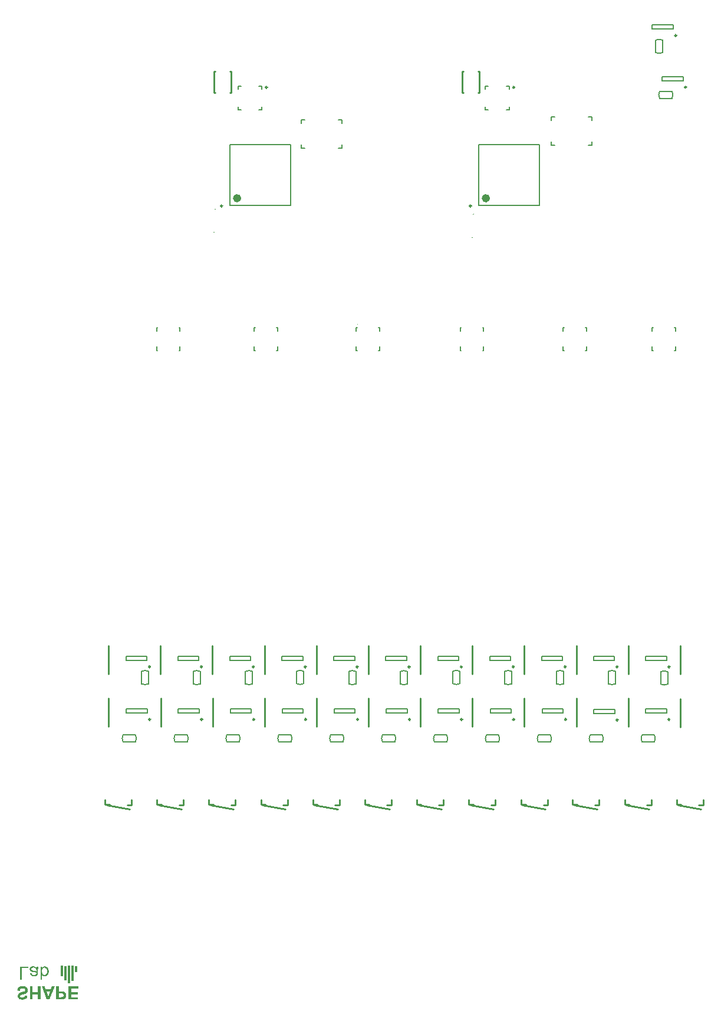
<source format=gbo>
G04 Layer_Color=13813960*
%FSLAX25Y25*%
%MOIN*%
G70*
G01*
G75*
%ADD50C,0.00800*%
%ADD53C,0.01000*%
%ADD68C,0.02362*%
%ADD69C,0.00984*%
%ADD70C,0.00394*%
%ADD71C,0.00500*%
%ADD73C,0.00787*%
%ADD76R,0.01525X0.03773*%
%ADD77R,0.01525X0.08873*%
%ADD78R,0.01525X0.10077*%
%ADD79R,0.01525X0.08415*%
%ADD80R,0.01490X0.05968*%
G36*
X163550Y331155D02*
X159443D01*
Y329155D01*
X163135D01*
Y327910D01*
X159443D01*
Y326282D01*
X163412D01*
Y325037D01*
X157953D01*
Y332400D01*
X163550D01*
Y331155D01*
D02*
G37*
G36*
X142121Y325037D02*
X140631D01*
Y327931D01*
X137727D01*
Y325037D01*
X136237D01*
Y332400D01*
X137727D01*
Y329176D01*
X140631D01*
Y332400D01*
X142121D01*
Y325037D01*
D02*
G37*
G36*
X147335D02*
X145760D01*
X142908Y332400D01*
X144483D01*
X145090Y330730D01*
X148047D01*
X148686Y332400D01*
X150293D01*
X147335Y325037D01*
D02*
G37*
G36*
X144653Y343707D02*
X144825Y343686D01*
X144986Y343654D01*
X145137Y343600D01*
X145427Y343482D01*
X145545Y343407D01*
X145663Y343342D01*
X145770Y343267D01*
X145856Y343203D01*
X145931Y343138D01*
X146007Y343084D01*
X146060Y343031D01*
X146092Y342999D01*
X146114Y342977D01*
X146125Y342966D01*
X146243Y342816D01*
X146350Y342655D01*
X146447Y342494D01*
X146522Y342311D01*
X146587Y342139D01*
X146640Y341957D01*
X146726Y341613D01*
X146758Y341452D01*
X146780Y341302D01*
X146791Y341173D01*
X146801Y341055D01*
X146812Y340958D01*
Y340894D01*
Y340840D01*
Y340829D01*
X146801Y340614D01*
X146791Y340410D01*
X146758Y340228D01*
X146726Y340067D01*
X146694Y339927D01*
X146672Y339820D01*
X146662Y339787D01*
X146651Y339755D01*
X146640Y339744D01*
Y339734D01*
X146576Y339551D01*
X146501Y339379D01*
X146425Y339229D01*
X146350Y339100D01*
X146286Y339003D01*
X146232Y338928D01*
X146200Y338874D01*
X146189Y338864D01*
X146082Y338735D01*
X145953Y338617D01*
X145835Y338520D01*
X145717Y338445D01*
X145620Y338380D01*
X145534Y338327D01*
X145480Y338305D01*
X145459Y338294D01*
X145298Y338230D01*
X145126Y338176D01*
X144965Y338144D01*
X144825Y338112D01*
X144707Y338101D01*
X144610Y338090D01*
X144525D01*
X144363Y338101D01*
X144202Y338123D01*
X144052Y338155D01*
X143912Y338209D01*
X143665Y338316D01*
X143450Y338456D01*
X143365Y338520D01*
X143279Y338584D01*
X143214Y338649D01*
X143160Y338703D01*
X143107Y338756D01*
X143075Y338788D01*
X143064Y338810D01*
X143053Y338821D01*
Y336168D01*
X142140D01*
Y343600D01*
X142989D01*
Y342923D01*
X143096Y343063D01*
X143203Y343181D01*
X143322Y343288D01*
X143450Y343385D01*
X143569Y343460D01*
X143698Y343525D01*
X143816Y343579D01*
X143934Y343621D01*
X144149Y343675D01*
X144245Y343697D01*
X144320Y343707D01*
X144385D01*
X144439Y343718D01*
X144482D01*
X144653Y343707D01*
D02*
G37*
G36*
X132353Y332528D02*
X132662Y332496D01*
X132939Y332453D01*
X133056Y332432D01*
X133173Y332400D01*
X133269Y332379D01*
X133354Y332357D01*
X133428Y332336D01*
X133492Y332315D01*
X133545Y332294D01*
X133577Y332283D01*
X133598Y332272D01*
X133609D01*
X133843Y332155D01*
X134035Y332028D01*
X134215Y331900D01*
X134354Y331762D01*
X134460Y331645D01*
X134545Y331538D01*
X134588Y331474D01*
X134609Y331464D01*
Y331453D01*
X134726Y331240D01*
X134822Y331038D01*
X134886Y330836D01*
X134928Y330644D01*
X134950Y330495D01*
X134960Y330421D01*
X134971Y330368D01*
Y330325D01*
Y330293D01*
Y330272D01*
Y330261D01*
X134960Y330006D01*
X134928Y329783D01*
X134875Y329580D01*
X134822Y329410D01*
X134769Y329272D01*
X134716Y329176D01*
X134684Y329112D01*
X134673Y329091D01*
X134556Y328921D01*
X134418Y328772D01*
X134279Y328644D01*
X134152Y328538D01*
X134035Y328452D01*
X133939Y328389D01*
X133875Y328346D01*
X133864Y328335D01*
X133854D01*
X133747Y328282D01*
X133641Y328229D01*
X133386Y328133D01*
X133120Y328048D01*
X132864Y327963D01*
X132747Y327931D01*
X132630Y327899D01*
X132524Y327867D01*
X132439Y327846D01*
X132364Y327825D01*
X132311Y327814D01*
X132268Y327803D01*
X132258D01*
X132066Y327750D01*
X131896Y327708D01*
X131736Y327665D01*
X131587Y327623D01*
X131470Y327580D01*
X131353Y327537D01*
X131258Y327495D01*
X131173Y327463D01*
X131098Y327431D01*
X131045Y327399D01*
X130992Y327378D01*
X130960Y327357D01*
X130906Y327325D01*
X130896Y327314D01*
X130821Y327240D01*
X130768Y327165D01*
X130736Y327091D01*
X130715Y327016D01*
X130694Y326963D01*
X130683Y326910D01*
Y326878D01*
Y326867D01*
X130694Y326761D01*
X130715Y326676D01*
X130757Y326590D01*
X130800Y326527D01*
X130843Y326473D01*
X130885Y326442D01*
X130906Y326420D01*
X130917Y326410D01*
X131066Y326314D01*
X131226Y326250D01*
X131396Y326197D01*
X131555Y326165D01*
X131694Y326144D01*
X131811Y326133D01*
X131917D01*
X132141Y326144D01*
X132332Y326176D01*
X132492Y326218D01*
X132620Y326261D01*
X132726Y326303D01*
X132800Y326346D01*
X132843Y326378D01*
X132854Y326388D01*
X132960Y326495D01*
X133056Y326622D01*
X133130Y326750D01*
X133183Y326888D01*
X133226Y327006D01*
X133247Y327101D01*
X133269Y327176D01*
Y327186D01*
Y327197D01*
X134758Y327144D01*
X134748Y326952D01*
X134716Y326782D01*
X134673Y326612D01*
X134620Y326463D01*
X134567Y326314D01*
X134503Y326176D01*
X134439Y326059D01*
X134375Y325941D01*
X134301Y325846D01*
X134237Y325761D01*
X134173Y325686D01*
X134120Y325622D01*
X134077Y325580D01*
X134045Y325548D01*
X134024Y325526D01*
X134013Y325516D01*
X133875Y325410D01*
X133726Y325314D01*
X133566Y325229D01*
X133396Y325154D01*
X133226Y325101D01*
X133056Y325048D01*
X132715Y324973D01*
X132556Y324952D01*
X132417Y324931D01*
X132279Y324920D01*
X132162Y324909D01*
X132066Y324899D01*
X131939D01*
X131630Y324909D01*
X131353Y324941D01*
X131109Y324984D01*
X130896Y325026D01*
X130800Y325058D01*
X130715Y325080D01*
X130651Y325101D01*
X130587Y325122D01*
X130545Y325144D01*
X130513Y325154D01*
X130491Y325165D01*
X130481D01*
X130268Y325271D01*
X130087Y325388D01*
X129928Y325516D01*
X129800Y325633D01*
X129693Y325739D01*
X129630Y325824D01*
X129577Y325888D01*
X129566Y325899D01*
Y325909D01*
X129459Y326090D01*
X129385Y326282D01*
X129332Y326463D01*
X129300Y326622D01*
X129279Y326761D01*
X129257Y326867D01*
Y326910D01*
Y326942D01*
Y326952D01*
Y326963D01*
X129268Y327122D01*
X129289Y327282D01*
X129321Y327420D01*
X129364Y327559D01*
X129470Y327814D01*
X129598Y328038D01*
X129651Y328133D01*
X129715Y328208D01*
X129768Y328282D01*
X129821Y328346D01*
X129864Y328389D01*
X129896Y328421D01*
X129917Y328442D01*
X129928Y328452D01*
X130023Y328527D01*
X130140Y328602D01*
X130257Y328676D01*
X130396Y328740D01*
X130662Y328868D01*
X130938Y328974D01*
X131077Y329016D01*
X131194Y329059D01*
X131311Y329091D01*
X131406Y329123D01*
X131481Y329144D01*
X131545Y329165D01*
X131587Y329176D01*
X131598D01*
X131768Y329219D01*
X131917Y329261D01*
X132056Y329293D01*
X132183Y329325D01*
X132290Y329357D01*
X132385Y329378D01*
X132471Y329410D01*
X132545Y329431D01*
X132609Y329442D01*
X132662Y329463D01*
X132737Y329485D01*
X132779Y329506D01*
X132790D01*
X132928Y329559D01*
X133035Y329612D01*
X133130Y329665D01*
X133205Y329719D01*
X133258Y329761D01*
X133290Y329793D01*
X133311Y329814D01*
X133322Y329825D01*
X133375Y329900D01*
X133417Y329974D01*
X133439Y330048D01*
X133460Y330112D01*
X133471Y330176D01*
X133481Y330229D01*
Y330261D01*
Y330272D01*
X133471Y330421D01*
X133428Y330549D01*
X133364Y330676D01*
X133300Y330783D01*
X133226Y330868D01*
X133173Y330932D01*
X133130Y330974D01*
X133109Y330985D01*
X132960Y331081D01*
X132790Y331155D01*
X132609Y331208D01*
X132439Y331240D01*
X132279Y331261D01*
X132151Y331283D01*
X132034D01*
X131790Y331272D01*
X131577Y331230D01*
X131396Y331176D01*
X131236Y331113D01*
X131109Y331049D01*
X131024Y330995D01*
X130970Y330953D01*
X130949Y330942D01*
X130811Y330793D01*
X130704Y330634D01*
X130608Y330453D01*
X130545Y330272D01*
X130491Y330112D01*
X130449Y329985D01*
X130438Y329942D01*
Y329900D01*
X130428Y329878D01*
Y329868D01*
X128981Y330006D01*
X129013Y330229D01*
X129055Y330442D01*
X129119Y330644D01*
X129172Y330825D01*
X129247Y330995D01*
X129321Y331155D01*
X129396Y331293D01*
X129470Y331421D01*
X129545Y331527D01*
X129619Y331623D01*
X129683Y331708D01*
X129747Y331783D01*
X129789Y331836D01*
X129832Y331868D01*
X129853Y331889D01*
X129864Y331900D01*
X130013Y332017D01*
X130172Y332113D01*
X130343Y332198D01*
X130523Y332272D01*
X130694Y332326D01*
X130875Y332379D01*
X131226Y332453D01*
X131385Y332485D01*
X131534Y332506D01*
X131662Y332517D01*
X131779Y332528D01*
X131875Y332538D01*
X132013D01*
X132353Y332528D01*
D02*
G37*
G36*
X152580Y329623D02*
X153900D01*
X154059Y329612D01*
X154208D01*
X154346Y329602D01*
X154474Y329591D01*
X154591Y329580D01*
X154687Y329570D01*
X154783D01*
X154857Y329559D01*
X154932Y329548D01*
X154985Y329538D01*
X155027D01*
X155059Y329527D01*
X155080D01*
X155229Y329485D01*
X155368Y329431D01*
X155496Y329378D01*
X155613Y329314D01*
X155708Y329261D01*
X155783Y329219D01*
X155825Y329187D01*
X155847Y329176D01*
X155985Y329070D01*
X156102Y328953D01*
X156219Y328825D01*
X156304Y328718D01*
X156379Y328612D01*
X156432Y328527D01*
X156464Y328474D01*
X156474Y328452D01*
X156560Y328272D01*
X156623Y328080D01*
X156666Y327878D01*
X156698Y327697D01*
X156719Y327548D01*
Y327474D01*
X156730Y327420D01*
Y327367D01*
Y327335D01*
Y327314D01*
Y327303D01*
X156709Y326995D01*
X156666Y326708D01*
X156591Y326473D01*
X156517Y326261D01*
X156474Y326176D01*
X156432Y326101D01*
X156400Y326037D01*
X156357Y325973D01*
X156336Y325931D01*
X156315Y325899D01*
X156293Y325888D01*
Y325878D01*
X156123Y325686D01*
X155953Y325526D01*
X155772Y325399D01*
X155613Y325303D01*
X155464Y325239D01*
X155347Y325186D01*
X155304Y325175D01*
X155272Y325165D01*
X155251Y325154D01*
X155240D01*
X155155Y325133D01*
X155049Y325112D01*
X154921Y325101D01*
X154793Y325090D01*
X154495Y325069D01*
X154197Y325048D01*
X153921D01*
X153804Y325037D01*
X151091D01*
Y332400D01*
X152580D01*
Y329623D01*
D02*
G37*
G36*
X387191Y768684D02*
X386962Y768602D01*
Y768286D01*
X387191Y768197D01*
Y768084D01*
X386436Y768393D01*
Y768502D01*
X387191Y768789D01*
Y768684D01*
D02*
G37*
G36*
X138102Y343707D02*
X138295Y343686D01*
X138467Y343664D01*
X138618Y343632D01*
X138736Y343600D01*
X138832Y343568D01*
X138897Y343557D01*
X138918Y343546D01*
X139101Y343471D01*
X139273Y343374D01*
X139434Y343267D01*
X139595Y343170D01*
X139724Y343074D01*
X139820Y342999D01*
X139885Y342945D01*
X139896Y342923D01*
X139906D01*
X139928Y343063D01*
X139949Y343192D01*
X139971Y343310D01*
X140003Y343407D01*
X140035Y343493D01*
X140057Y343546D01*
X140067Y343589D01*
X140078Y343600D01*
X141034D01*
X140980Y343482D01*
X140927Y343364D01*
X140884Y343256D01*
X140862Y343160D01*
X140830Y343074D01*
X140819Y343009D01*
X140808Y342966D01*
Y342955D01*
X140798Y342880D01*
X140787Y342784D01*
Y342676D01*
X140776Y342558D01*
X140766Y342290D01*
Y342021D01*
X140755Y341763D01*
Y341645D01*
Y341549D01*
Y341463D01*
Y341398D01*
Y341355D01*
Y341344D01*
Y340120D01*
Y339916D01*
X140744Y339734D01*
X140733Y339594D01*
Y339476D01*
X140723Y339390D01*
X140712Y339325D01*
X140701Y339293D01*
Y339282D01*
X140669Y339143D01*
X140626Y339025D01*
X140583Y338928D01*
X140529Y338831D01*
X140486Y338767D01*
X140454Y338713D01*
X140433Y338681D01*
X140422Y338670D01*
X140336Y338584D01*
X140239Y338498D01*
X140132Y338434D01*
X140024Y338370D01*
X139928Y338327D01*
X139853Y338294D01*
X139799Y338273D01*
X139777Y338262D01*
X139606Y338209D01*
X139423Y338165D01*
X139240Y338133D01*
X139058Y338112D01*
X138897Y338101D01*
X138779Y338090D01*
X138660D01*
X138403Y338101D01*
X138177Y338123D01*
X137962Y338155D01*
X137791Y338187D01*
X137640Y338219D01*
X137533Y338251D01*
X137490Y338262D01*
X137458Y338273D01*
X137447Y338284D01*
X137436D01*
X137253Y338359D01*
X137092Y338456D01*
X136953Y338541D01*
X136835Y338627D01*
X136749Y338713D01*
X136684Y338778D01*
X136641Y338821D01*
X136631Y338831D01*
X136534Y338971D01*
X136448Y339121D01*
X136384Y339272D01*
X136330Y339411D01*
X136287Y339551D01*
X136255Y339648D01*
X136244Y339691D01*
Y339723D01*
X136233Y339734D01*
Y339744D01*
X137125Y339862D01*
X137189Y339669D01*
X137253Y339497D01*
X137329Y339358D01*
X137393Y339250D01*
X137458Y339164D01*
X137511Y339111D01*
X137554Y339078D01*
X137565Y339068D01*
X137694Y338993D01*
X137844Y338939D01*
X138005Y338896D01*
X138156Y338874D01*
X138306Y338853D01*
X138413Y338842D01*
X138521D01*
X138768Y338853D01*
X138983Y338885D01*
X139155Y338939D01*
X139305Y338993D01*
X139412Y339057D01*
X139498Y339100D01*
X139552Y339143D01*
X139563Y339154D01*
X139648Y339250D01*
X139713Y339368D01*
X139767Y339497D01*
X139799Y339626D01*
X139820Y339744D01*
X139831Y339852D01*
Y339916D01*
Y339927D01*
Y339938D01*
Y339959D01*
Y340002D01*
Y340077D01*
X139820Y340142D01*
Y340163D01*
Y340174D01*
X139713Y340206D01*
X139595Y340238D01*
X139348Y340303D01*
X139069Y340356D01*
X138811Y340410D01*
X138682Y340432D01*
X138564Y340442D01*
X138456Y340464D01*
X138371Y340475D01*
X138295Y340485D01*
X138242D01*
X138199Y340496D01*
X138188D01*
X137995Y340518D01*
X137833Y340550D01*
X137694Y340571D01*
X137586Y340593D01*
X137501Y340603D01*
X137436Y340625D01*
X137393Y340636D01*
X137382D01*
X137243Y340679D01*
X137125Y340722D01*
X137006Y340775D01*
X136910Y340818D01*
X136824Y340861D01*
X136770Y340904D01*
X136727Y340926D01*
X136716Y340936D01*
X136609Y341012D01*
X136523Y341097D01*
X136437Y341183D01*
X136373Y341269D01*
X136319Y341344D01*
X136276Y341409D01*
X136255Y341452D01*
X136244Y341463D01*
X136190Y341581D01*
X136147Y341710D01*
X136115Y341828D01*
X136094Y341946D01*
X136083Y342043D01*
X136072Y342118D01*
Y342161D01*
Y342182D01*
X136083Y342311D01*
X136094Y342419D01*
X136147Y342644D01*
X136223Y342827D01*
X136308Y342988D01*
X136394Y343117D01*
X136469Y343213D01*
X136523Y343267D01*
X136545Y343288D01*
X136738Y343428D01*
X136953Y343535D01*
X137189Y343611D01*
X137404Y343664D01*
X137597Y343697D01*
X137683Y343707D01*
X137758D01*
X137823Y343718D01*
X137909D01*
X138102Y343707D01*
D02*
G37*
G36*
X386764Y755697D02*
X386389D01*
X386764Y755325D01*
Y755188D01*
X386457Y755504D01*
X386009Y755174D01*
Y755306D01*
X386390Y755574D01*
X386271Y755697D01*
X386009D01*
Y755798D01*
X386764D01*
Y755697D01*
D02*
G37*
G36*
X240764Y758797D02*
X240389D01*
X240764Y758425D01*
Y758288D01*
X240457Y758604D01*
X240009Y758274D01*
Y758406D01*
X240390Y758674D01*
X240271Y758797D01*
X240009D01*
Y758898D01*
X240764D01*
Y758797D01*
D02*
G37*
G36*
X241191Y771784D02*
X240962Y771702D01*
Y771386D01*
X241191Y771298D01*
Y771184D01*
X240436Y771493D01*
Y771602D01*
X241191Y771889D01*
Y771784D01*
D02*
G37*
G36*
X135331Y342719D02*
X131669D01*
Y336168D01*
X130681D01*
Y343600D01*
X135331D01*
Y342719D01*
D02*
G37*
%LPC*%
G36*
X144460Y342966D02*
X144406D01*
X144267Y342955D01*
X144149Y342934D01*
X144020Y342902D01*
X143912Y342859D01*
X143708Y342741D01*
X143547Y342612D01*
X143407Y342494D01*
X143311Y342376D01*
X143279Y342333D01*
X143257Y342300D01*
X143236Y342279D01*
Y342268D01*
X143193Y342182D01*
X143150Y342086D01*
X143085Y341871D01*
X143042Y341634D01*
X143010Y341409D01*
X142989Y341205D01*
Y341108D01*
X142978Y341033D01*
Y340969D01*
Y340915D01*
Y340883D01*
Y340872D01*
Y340689D01*
X142999Y340528D01*
X143021Y340367D01*
X143042Y340217D01*
X143075Y340088D01*
X143118Y339959D01*
X143150Y339852D01*
X143193Y339744D01*
X143236Y339658D01*
X143268Y339583D01*
X143311Y339519D01*
X143343Y339465D01*
X143365Y339422D01*
X143386Y339390D01*
X143407Y339379D01*
Y339368D01*
X143493Y339272D01*
X143579Y339196D01*
X143665Y339121D01*
X143751Y339068D01*
X143923Y338971D01*
X144084Y338907D01*
X144224Y338874D01*
X144342Y338853D01*
X144385Y338842D01*
X144546D01*
X144653Y338864D01*
X144857Y338917D01*
X145029Y339003D01*
X145180Y339089D01*
X145298Y339186D01*
X145384Y339272D01*
X145437Y339325D01*
X145459Y339336D01*
Y339347D01*
X145534Y339444D01*
X145598Y339562D01*
X145706Y339798D01*
X145781Y340067D01*
X145824Y340314D01*
X145856Y340539D01*
X145867Y340647D01*
Y340732D01*
X145878Y340808D01*
Y340861D01*
Y340894D01*
Y340904D01*
Y341087D01*
X145856Y341269D01*
X145835Y341430D01*
X145813Y341581D01*
X145781Y341720D01*
X145738Y341849D01*
X145695Y341957D01*
X145663Y342064D01*
X145620Y342150D01*
X145577Y342236D01*
X145545Y342300D01*
X145502Y342354D01*
X145480Y342397D01*
X145459Y342429D01*
X145437Y342440D01*
Y342451D01*
X145352Y342537D01*
X145266Y342623D01*
X145094Y342752D01*
X144922Y342837D01*
X144761Y342902D01*
X144621Y342934D01*
X144503Y342955D01*
X144460Y342966D01*
D02*
G37*
G36*
X138220Y342999D02*
X138134D01*
X137941Y342988D01*
X137780Y342966D01*
X137640Y342923D01*
X137522Y342880D01*
X137436Y342837D01*
X137372Y342794D01*
X137329Y342773D01*
X137318Y342762D01*
X137232Y342666D01*
X137168Y342558D01*
X137114Y342461D01*
X137082Y342365D01*
X137060Y342279D01*
X137049Y342214D01*
Y342161D01*
Y342150D01*
X137060Y342064D01*
X137071Y341978D01*
X137092Y341914D01*
X137114Y341849D01*
X137135Y341796D01*
X137146Y341753D01*
X137168Y341731D01*
Y341720D01*
X137275Y341592D01*
X137404Y341506D01*
X137447Y341473D01*
X137490Y341452D01*
X137522Y341430D01*
X137533D01*
X137640Y341388D01*
X137758Y341355D01*
X137887Y341323D01*
X138016Y341302D01*
X138134Y341280D01*
X138242Y341259D01*
X138306Y341248D01*
X138328D01*
X138510Y341216D01*
X138682Y341194D01*
X138832Y341162D01*
X138983Y341130D01*
X139122Y341097D01*
X139240Y341065D01*
X139358Y341044D01*
X139455Y341012D01*
X139541Y340990D01*
X139616Y340969D01*
X139681Y340947D01*
X139734Y340926D01*
X139777Y340915D01*
X139810Y340904D01*
X139820Y340894D01*
X139831D01*
X139820Y341237D01*
X139810Y341452D01*
X139799Y341634D01*
X139777Y341785D01*
X139745Y341914D01*
X139713Y342010D01*
X139691Y342086D01*
X139681Y342129D01*
X139670Y342139D01*
X139584Y342279D01*
X139498Y342408D01*
X139391Y342515D01*
X139294Y342601D01*
X139208Y342676D01*
X139133Y342730D01*
X139090Y342762D01*
X139069Y342773D01*
X138908Y342848D01*
X138746Y342902D01*
X138596Y342945D01*
X138446Y342966D01*
X138328Y342988D01*
X138220Y342999D01*
D02*
G37*
G36*
X240880Y771672D02*
X240660Y771591D01*
X240632Y771581D01*
X240606Y771573D01*
X240582Y771566D01*
X240561Y771560D01*
X240542Y771556D01*
X240534Y771554D01*
X240527Y771553D01*
X240522Y771550D01*
X240518D01*
X240516Y771549D01*
X240515D01*
X240540Y771542D01*
X240566Y771533D01*
X240592Y771524D01*
X240617Y771515D01*
X240628Y771511D01*
X240639Y771508D01*
X240649Y771505D01*
X240656Y771501D01*
X240663Y771499D01*
X240668Y771497D01*
X240672Y771496D01*
X240673D01*
X240880Y771417D01*
Y771672D01*
D02*
G37*
G36*
X386880Y768572D02*
X386660Y768491D01*
X386632Y768481D01*
X386606Y768473D01*
X386582Y768466D01*
X386561Y768460D01*
X386542Y768456D01*
X386534Y768454D01*
X386527Y768453D01*
X386522Y768450D01*
X386518D01*
X386516Y768449D01*
X386515D01*
X386540Y768442D01*
X386566Y768433D01*
X386592Y768424D01*
X386617Y768415D01*
X386628Y768411D01*
X386639Y768408D01*
X386649Y768405D01*
X386656Y768401D01*
X386663Y768399D01*
X386668Y768397D01*
X386672Y768396D01*
X386673D01*
X386880Y768317D01*
Y768572D01*
D02*
G37*
G36*
X153602Y328378D02*
X152580D01*
Y326282D01*
X153687D01*
X153793Y326293D01*
X153889D01*
X153985Y326303D01*
X154123D01*
X154229Y326314D01*
X154304Y326325D01*
X154346Y326335D01*
X154357D01*
X154485Y326367D01*
X154602Y326410D01*
X154708Y326463D01*
X154793Y326527D01*
X154857Y326580D01*
X154910Y326622D01*
X154942Y326654D01*
X154953Y326665D01*
X155038Y326771D01*
X155091Y326878D01*
X155134Y326995D01*
X155166Y327101D01*
X155187Y327197D01*
X155198Y327272D01*
Y327314D01*
Y327335D01*
X155187Y327452D01*
X155176Y327559D01*
X155144Y327655D01*
X155113Y327740D01*
X155080Y327814D01*
X155059Y327867D01*
X155038Y327899D01*
X155027Y327910D01*
X154964Y327995D01*
X154878Y328069D01*
X154804Y328133D01*
X154729Y328186D01*
X154666Y328218D01*
X154612Y328250D01*
X154570Y328261D01*
X154559Y328272D01*
X154495Y328293D01*
X154421Y328304D01*
X154251Y328335D01*
X154059Y328357D01*
X153868Y328367D01*
X153676D01*
X153602Y328378D01*
D02*
G37*
G36*
X147569Y329485D02*
X145536D01*
X146537Y326750D01*
X147569Y329485D01*
D02*
G37*
%LPD*%
D50*
X454075Y821360D02*
Y823360D01*
X452075D02*
X454075D01*
X431075D02*
X433075D01*
X431075Y821360D02*
Y823360D01*
Y807360D02*
Y809360D01*
Y807360D02*
X433075D01*
X452075D02*
X454075D01*
Y809360D01*
X312700Y819800D02*
Y821800D01*
X310700D02*
X312700D01*
X289700D02*
X291700D01*
X289700Y819800D02*
Y821800D01*
Y805800D02*
Y807800D01*
Y805800D02*
X291700D01*
X310700D02*
X312700D01*
Y807800D01*
D53*
X474540Y508803D02*
Y524803D01*
X180637Y508803D02*
Y524803D01*
X180733Y479079D02*
Y495079D01*
X210027Y508803D02*
Y524803D01*
X210196Y479082D02*
Y495082D01*
X239418Y508803D02*
Y524803D01*
X239613Y479069D02*
Y495069D01*
X268808Y508803D02*
Y524803D01*
X269007Y479076D02*
Y495076D01*
X298198Y508803D02*
Y524803D01*
Y479071D02*
Y495071D01*
X327589Y508803D02*
Y524803D01*
X327517Y479072D02*
Y495072D01*
X356979Y508803D02*
Y524803D01*
X356926Y479076D02*
Y495076D01*
X386369Y508803D02*
Y524803D01*
X386336Y479076D02*
Y495076D01*
X415760Y508803D02*
Y524803D01*
X415726Y479080D02*
Y495080D01*
X445150Y508903D02*
Y524903D01*
X445158Y479069D02*
Y495069D01*
X474540Y479088D02*
Y495088D01*
X503849Y508803D02*
Y524803D01*
Y478888D02*
Y494888D01*
X390423Y837289D02*
Y849100D01*
X380580Y837289D02*
Y849100D01*
Y837289D02*
X381367D01*
X389635D02*
X390423D01*
X380580Y849100D02*
X381367D01*
X389635D02*
X390423D01*
X178670Y435209D02*
Y437918D01*
Y435209D02*
X181170D01*
X191170Y434918D02*
X193670D01*
Y435209D02*
Y437918D01*
X208044Y435209D02*
Y437918D01*
Y435209D02*
X210544D01*
X220544Y434918D02*
X223044D01*
Y435209D02*
Y437918D01*
X237418Y435209D02*
Y437918D01*
Y435209D02*
X239918D01*
X249918Y434918D02*
X252418D01*
Y435209D02*
Y437918D01*
X266792Y435209D02*
Y437918D01*
Y435209D02*
X269292D01*
X279292Y434918D02*
X281792D01*
Y435209D02*
Y437918D01*
X296166Y435209D02*
Y437918D01*
Y435209D02*
X298666D01*
X308666Y434918D02*
X311166D01*
Y435209D02*
Y437918D01*
X325541Y435209D02*
Y437918D01*
Y435209D02*
X328041D01*
X338041Y434918D02*
X340541D01*
Y435209D02*
Y437918D01*
X354915Y435209D02*
Y437918D01*
Y435209D02*
X357415D01*
X367415Y434918D02*
X369915D01*
Y435209D02*
Y437918D01*
X384289Y435209D02*
Y437918D01*
Y435209D02*
X386789D01*
X396789Y434918D02*
X399289D01*
Y435209D02*
Y437918D01*
X413963Y435209D02*
Y437918D01*
Y435209D02*
X416463D01*
X426463Y434918D02*
X428963D01*
Y435209D02*
Y437918D01*
X443095Y435209D02*
Y437918D01*
Y435209D02*
X445595D01*
X455595Y434918D02*
X458095D01*
Y435209D02*
Y437918D01*
X472477Y435209D02*
Y437918D01*
Y435209D02*
X474977D01*
X484977Y434918D02*
X487477D01*
Y435209D02*
Y437918D01*
X501786Y435209D02*
Y437918D01*
Y435209D02*
X504286D01*
X514286Y434918D02*
X516786D01*
Y435209D02*
Y437918D01*
X250037Y837198D02*
Y849009D01*
X240194Y837198D02*
Y849009D01*
Y837198D02*
X240982D01*
X249249D02*
X250037D01*
X240194Y849009D02*
X240982D01*
X249249D02*
X250037D01*
X179554Y434889D02*
X192602Y432588D01*
X502714Y434889D02*
X515763Y432588D01*
X208932Y434889D02*
X221981Y432588D01*
X238310Y434889D02*
X251359Y432588D01*
X267688Y434889D02*
X280737Y432588D01*
X355823Y434889D02*
X368872Y432588D01*
X326445Y434889D02*
X339494Y432588D01*
X297067Y434889D02*
X310115Y432588D01*
X443958Y434889D02*
X457007Y432588D01*
X414580Y434889D02*
X427628Y432588D01*
X385201Y434889D02*
X398250Y432588D01*
X473336Y434889D02*
X486385Y432588D01*
D68*
X395192Y777511D02*
G03*
X395192Y777511I-1181J0D01*
G01*
X254492D02*
G03*
X254492Y777511I-1181J0D01*
G01*
D69*
X410164Y840172D02*
G03*
X410164Y840172I-492J0D01*
G01*
X385743Y773180D02*
G03*
X385743Y773180I-492J0D01*
G01*
X204208Y512864D02*
G03*
X204208Y512864I-492J0D01*
G01*
X204365Y483154D02*
G03*
X204365Y483154I-492J0D01*
G01*
X233589Y512864D02*
G03*
X233589Y512864I-492J0D01*
G01*
X233760Y483157D02*
G03*
X233760Y483157I-492J0D01*
G01*
X262970Y512864D02*
G03*
X262970Y512864I-492J0D01*
G01*
X263156Y483144D02*
G03*
X263156Y483144I-492J0D01*
G01*
X292351Y512864D02*
G03*
X292351Y512864I-492J0D01*
G01*
X292551Y483151D02*
G03*
X292551Y483151I-492J0D01*
G01*
X321731Y512864D02*
G03*
X321731Y512864I-492J0D01*
G01*
X321946Y483146D02*
G03*
X321946Y483146I-492J0D01*
G01*
X351112Y512864D02*
G03*
X351112Y512864I-492J0D01*
G01*
X351342Y483147D02*
G03*
X351342Y483147I-492J0D01*
G01*
X380493Y512864D02*
G03*
X380493Y512864I-492J0D01*
G01*
X380737Y483151D02*
G03*
X380737Y483151I-492J0D01*
G01*
X409874Y512864D02*
G03*
X409874Y512864I-492J0D01*
G01*
X410132Y483151D02*
G03*
X410132Y483151I-492J0D01*
G01*
X439254Y512864D02*
G03*
X439254Y512864I-492J0D01*
G01*
X439528Y483155D02*
G03*
X439528Y483155I-492J0D01*
G01*
X468635Y512864D02*
G03*
X468635Y512864I-492J0D01*
G01*
X468722Y482868D02*
G03*
X468722Y482868I-492J0D01*
G01*
X498026Y512864D02*
G03*
X498026Y512864I-492J0D01*
G01*
X498016Y483150D02*
G03*
X498016Y483150I-492J0D01*
G01*
X501751Y869436D02*
G03*
X501751Y869436I-492J0D01*
G01*
X507355Y840273D02*
G03*
X507355Y840273I-492J0D01*
G01*
X245043Y773180D02*
G03*
X245043Y773180I-492J0D01*
G01*
X270389Y840132D02*
G03*
X270389Y840132I-492J0D01*
G01*
D70*
X208541Y706159D02*
G03*
X208541Y706159I-197J0D01*
G01*
X263656D02*
G03*
X263656Y706159I-197J0D01*
G01*
X321406D02*
G03*
X321406Y706159I-197J0D01*
G01*
X380171D02*
G03*
X380171Y706159I-197J0D01*
G01*
X438390D02*
G03*
X438390Y706159I-197J0D01*
G01*
X488656D02*
G03*
X488656Y706159I-197J0D01*
G01*
D71*
X199275Y503260D02*
G03*
X203275Y503260I2000J3750D01*
G01*
Y510260D02*
G03*
X199275Y510260I-2000J-3750D01*
G01*
X188850Y474450D02*
G03*
X188850Y470450I3750J-2000D01*
G01*
X195850D02*
G03*
X195850Y474450I-3750J2000D01*
G01*
X228525Y503260D02*
G03*
X232525Y503260I2000J3750D01*
G01*
Y510260D02*
G03*
X228525Y510260I-2000J-3750D01*
G01*
X218190Y474410D02*
G03*
X218190Y470410I3750J-2000D01*
G01*
X225190D02*
G03*
X225190Y474410I-3750J2000D01*
G01*
X257990Y503260D02*
G03*
X261990Y503260I2000J3750D01*
G01*
Y510260D02*
G03*
X257990Y510260I-2000J-3750D01*
G01*
X247530Y474410D02*
G03*
X247530Y470410I3750J-2000D01*
G01*
X254530D02*
G03*
X254530Y474410I-3750J2000D01*
G01*
X286975Y503360D02*
G03*
X290975Y503360I2000J3750D01*
G01*
Y510360D02*
G03*
X286975Y510360I-2000J-3750D01*
G01*
X276870Y474410D02*
G03*
X276870Y470410I3750J-2000D01*
G01*
X283870D02*
G03*
X283870Y474410I-3750J2000D01*
G01*
X316525Y503260D02*
G03*
X320525Y503260I2000J3750D01*
G01*
Y510260D02*
G03*
X316525Y510260I-2000J-3750D01*
G01*
X306210Y474410D02*
G03*
X306210Y470410I3750J-2000D01*
G01*
X313210D02*
G03*
X313210Y474410I-3750J2000D01*
G01*
X345575Y503210D02*
G03*
X349575Y503210I2000J3750D01*
G01*
Y510210D02*
G03*
X345575Y510210I-2000J-3750D01*
G01*
X335550Y474410D02*
G03*
X335550Y470410I3750J-2000D01*
G01*
X342550D02*
G03*
X342550Y474410I-3750J2000D01*
G01*
X375175Y503360D02*
G03*
X379175Y503360I2000J3750D01*
G01*
Y510360D02*
G03*
X375175Y510360I-2000J-3750D01*
G01*
X364890Y474400D02*
G03*
X364890Y470400I3750J-2000D01*
G01*
X371890D02*
G03*
X371890Y474400I-3750J2000D01*
G01*
X404575Y503260D02*
G03*
X408575Y503260I2000J3750D01*
G01*
Y510260D02*
G03*
X404575Y510260I-2000J-3750D01*
G01*
X394230Y474400D02*
G03*
X394230Y470400I3750J-2000D01*
G01*
X401230D02*
G03*
X401230Y474400I-3750J2000D01*
G01*
X433925Y503260D02*
G03*
X437925Y503260I2000J3750D01*
G01*
Y510260D02*
G03*
X433925Y510260I-2000J-3750D01*
G01*
X423570Y474400D02*
G03*
X423570Y470400I3750J-2000D01*
G01*
X430570D02*
G03*
X430570Y474400I-3750J2000D01*
G01*
X463275Y503260D02*
G03*
X467275Y503260I2000J3750D01*
G01*
Y510260D02*
G03*
X463275Y510260I-2000J-3750D01*
G01*
X452910Y474400D02*
G03*
X452910Y470400I3750J-2000D01*
G01*
X459910D02*
G03*
X459910Y474400I-3750J2000D01*
G01*
X492850Y503100D02*
G03*
X496850Y503100I2000J3750D01*
G01*
Y510100D02*
G03*
X492850Y510100I-2000J-3750D01*
G01*
X482250Y474400D02*
G03*
X482250Y470400I3750J-2000D01*
G01*
X489250D02*
G03*
X489250Y474400I-3750J2000D01*
G01*
X494025Y866810D02*
G03*
X490025Y866810I-2000J-3750D01*
G01*
Y859810D02*
G03*
X494025Y859810I2000J3750D01*
G01*
X492225Y837860D02*
G03*
X492225Y833860I3750J-2000D01*
G01*
X499225D02*
G03*
X499225Y837860I-3750J2000D01*
G01*
X203275Y503260D02*
Y510260D01*
X199275Y503260D02*
Y510260D01*
X188850Y470450D02*
X195850D01*
X188850Y474450D02*
X195850D01*
X232525Y503260D02*
Y510260D01*
X228525Y503260D02*
Y510260D01*
X218190Y470410D02*
X225190D01*
X218190Y474410D02*
X225190D01*
X261990Y503260D02*
Y510260D01*
X257990Y503260D02*
Y510260D01*
X247530Y470410D02*
X254530D01*
X247530Y474410D02*
X254530D01*
X290975Y503360D02*
Y510360D01*
X286975Y503360D02*
Y510360D01*
X276870Y470410D02*
X283870D01*
X276870Y474410D02*
X283870D01*
X320525Y503260D02*
Y510260D01*
X316525Y503260D02*
Y510260D01*
X306210Y470410D02*
X313210D01*
X306210Y474410D02*
X313210D01*
X349575Y503210D02*
Y510210D01*
X345575Y503210D02*
Y510210D01*
X335550Y470410D02*
X342550D01*
X335550Y474410D02*
X342550D01*
X379175Y503360D02*
Y510360D01*
X375175Y503360D02*
Y510360D01*
X364890Y470400D02*
X371890D01*
X364890Y474400D02*
X371890D01*
X408575Y503260D02*
Y510260D01*
X404575Y503260D02*
Y510260D01*
X394230Y470400D02*
X401230D01*
X394230Y474400D02*
X401230D01*
X437925Y503260D02*
Y510260D01*
X433925Y503260D02*
Y510260D01*
X423570Y470400D02*
X430570D01*
X423570Y474400D02*
X430570D01*
X467275Y503260D02*
Y510260D01*
X463275Y503260D02*
Y510260D01*
X452910Y470400D02*
X459910D01*
X452910Y474400D02*
X459910D01*
X496850Y503100D02*
Y510100D01*
X492850Y503100D02*
Y510100D01*
X482250Y470400D02*
X489250D01*
X482250Y474400D02*
X489250D01*
X490025Y859810D02*
Y866810D01*
X494025Y859810D02*
Y866810D01*
X492225Y833860D02*
X499225D01*
X492225Y837860D02*
X499225D01*
D73*
X207852Y691396D02*
Y693659D01*
X207852Y691396D02*
X208344D01*
X221041D02*
Y693659D01*
X220549Y691396D02*
X221041D01*
X221041Y702321D02*
Y704584D01*
X220549D02*
X221041D01*
X207852D02*
X208344D01*
X207852Y702321D02*
Y704584D01*
X262967Y691396D02*
Y693659D01*
X262967Y691396D02*
X263459D01*
X276156D02*
Y693659D01*
X275664Y691396D02*
X276156D01*
X276156Y702321D02*
Y704584D01*
X275664D02*
X276156D01*
X262967D02*
X263459D01*
X262967Y702321D02*
Y704584D01*
X320717Y691396D02*
Y693659D01*
X320717Y691396D02*
X321209D01*
X333906D02*
Y693659D01*
X333414Y691396D02*
X333906D01*
X333906Y702321D02*
Y704584D01*
X333414D02*
X333906D01*
X320717D02*
X321209D01*
X320717Y702321D02*
Y704584D01*
X379482Y691396D02*
Y693659D01*
X379482Y691396D02*
X379974D01*
X392671D02*
Y693659D01*
X392179Y691396D02*
X392671D01*
X392671Y702321D02*
Y704584D01*
X392179D02*
X392671D01*
X379482D02*
X379974D01*
X379482Y702321D02*
Y704584D01*
X437701Y691396D02*
Y693659D01*
X437701Y691396D02*
X438194D01*
X450890D02*
Y693659D01*
X450398Y691396D02*
X450890D01*
X450890Y702321D02*
Y704584D01*
X450398D02*
X450890D01*
X437701D02*
X438194D01*
X437701Y702321D02*
Y704584D01*
X487967Y691396D02*
Y693659D01*
X487967Y691396D02*
X488459D01*
X501156D02*
Y693659D01*
X500664Y691396D02*
X501156D01*
X501156Y702321D02*
Y704584D01*
X500664D02*
X501156D01*
X487967D02*
X488459D01*
X487967Y702321D02*
Y704584D01*
X405440Y827377D02*
X407113D01*
Y829050D01*
X393727Y827377D02*
X395400D01*
X393727D02*
Y829050D01*
Y839090D02*
Y840763D01*
X395400D01*
X405440D02*
X407113D01*
Y839090D02*
Y840763D01*
X390074Y773574D02*
Y807826D01*
X424326Y773574D02*
Y807826D01*
X390074Y773574D02*
X424326D01*
X390074Y807826D02*
X424326D01*
X190527Y516407D02*
Y518769D01*
X202338Y516407D02*
Y518769D01*
X190527D02*
X202338D01*
X190527Y516407D02*
X202338D01*
X190684Y486697D02*
Y489060D01*
X202495Y486697D02*
Y489060D01*
X190684D02*
X202495D01*
X190684Y486697D02*
X202495D01*
X219908Y516407D02*
Y518769D01*
X231719Y516407D02*
Y518769D01*
X219908D02*
X231719D01*
X219908Y516407D02*
X231719D01*
X220079Y486700D02*
Y489063D01*
X231890Y486700D02*
Y489063D01*
X220079D02*
X231890D01*
X220079Y486700D02*
X231890D01*
X249289Y516407D02*
Y518769D01*
X261100Y516407D02*
Y518769D01*
X249289D02*
X261100D01*
X249289Y516407D02*
X261100D01*
X249474Y486688D02*
Y489050D01*
X261285Y486688D02*
Y489050D01*
X249474D02*
X261285D01*
X249474Y486688D02*
X261285D01*
X278670Y516407D02*
Y518769D01*
X290480Y516407D02*
Y518769D01*
X278670D02*
X290480D01*
X278670Y516407D02*
X290480D01*
X278870Y486694D02*
Y489057D01*
X290681Y486694D02*
Y489057D01*
X278870D02*
X290681D01*
X278870Y486694D02*
X290681D01*
X308050Y516407D02*
Y518769D01*
X319861Y516407D02*
Y518769D01*
X308050D02*
X319861D01*
X308050Y516407D02*
X319861D01*
X308265Y486690D02*
Y489052D01*
X320076Y486690D02*
Y489052D01*
X308265D02*
X320076D01*
X308265Y486690D02*
X320076D01*
X337431Y516407D02*
Y518769D01*
X349242Y516407D02*
Y518769D01*
X337431D02*
X349242D01*
X337431Y516407D02*
X349242D01*
X337660Y486691D02*
Y489053D01*
X349471Y486691D02*
Y489053D01*
X337660D02*
X349471D01*
X337660Y486691D02*
X349471D01*
X366812Y516407D02*
Y518769D01*
X378623Y516407D02*
Y518769D01*
X366812D02*
X378623D01*
X366812Y516407D02*
X378623D01*
X367056Y486694D02*
Y489057D01*
X378867Y486694D02*
Y489057D01*
X367056D02*
X378867D01*
X367056Y486694D02*
X378867D01*
X396193Y516407D02*
Y518769D01*
X408004Y516407D02*
Y518769D01*
X396193D02*
X408004D01*
X396193Y516407D02*
X408004D01*
X396451Y486694D02*
Y489057D01*
X408262Y486694D02*
Y489057D01*
X396451D02*
X408262D01*
X396451Y486694D02*
X408262D01*
X425573Y516407D02*
Y518769D01*
X437384Y516407D02*
Y518769D01*
X425573D02*
X437384D01*
X425573Y516407D02*
X437384D01*
X425846Y486698D02*
Y489061D01*
X437657Y486698D02*
Y489061D01*
X425846D02*
X437657D01*
X425846Y486698D02*
X437657D01*
X454954Y516407D02*
Y518769D01*
X466765Y516407D02*
Y518769D01*
X454954D02*
X466765D01*
X454954Y516407D02*
X466765D01*
X455041Y486412D02*
Y488774D01*
X466853Y486412D02*
Y488774D01*
X455041D02*
X466853D01*
X455041Y486412D02*
X466853D01*
X484344Y516407D02*
Y518769D01*
X496156Y516407D02*
Y518769D01*
X484344D02*
X496156D01*
X484344Y516407D02*
X496156D01*
X484335Y486694D02*
Y489056D01*
X496146Y486694D02*
Y489056D01*
X484335D02*
X496146D01*
X484335Y486694D02*
X496146D01*
X488069Y872979D02*
Y875341D01*
X499880Y872979D02*
Y875341D01*
X488069D02*
X499880D01*
X488069Y872979D02*
X499880D01*
X493674Y843817D02*
Y846179D01*
X505485Y843817D02*
Y846179D01*
X493674D02*
X505485D01*
X493674Y843817D02*
X505485D01*
X249374Y773574D02*
Y807826D01*
X283626Y773574D02*
Y807826D01*
X249374Y773574D02*
X283626D01*
X249374Y807826D02*
X283626D01*
X265665Y827337D02*
X267338D01*
Y829010D01*
X253952Y827337D02*
X255625D01*
X253952D02*
Y829010D01*
Y839050D02*
Y840723D01*
X255625D01*
X265665D02*
X267338D01*
Y839050D02*
Y840723D01*
D76*
X162348Y342222D02*
D03*
D77*
X160304Y339672D02*
D03*
D78*
X158260Y339070D02*
D03*
D79*
X156206Y339901D02*
D03*
D80*
X154135Y341125D02*
D03*
M02*

</source>
